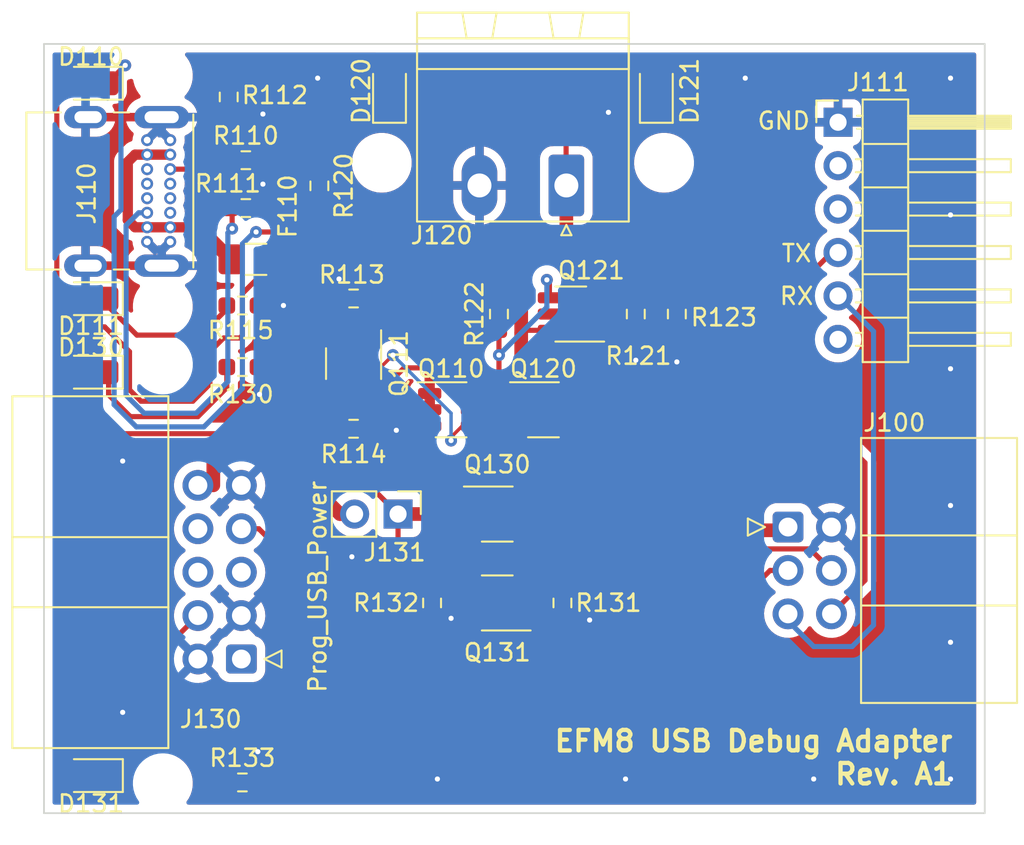
<source format=kicad_pcb>
(kicad_pcb (version 20240108) (generator "pcbnew") (generator_version "8.0")
  (title_block (title "EFM8 Ubs Debug Adapter") (date "2022-11-08") (rev "A1") (company "flomo") (comment 4 "AISLER Project ID: ITTKXPSA"))
  (layers (0 "F.Cu" signal) (31 "B.Cu" signal) (34 "B.Paste" user) (35 "F.Paste" user) (36 "B.SilkS" user "B.Silkscreen") (37 "F.SilkS" user "F.Silkscreen") (38 "B.Mask" user) (39 "F.Mask" user) (44 "Edge.Cuts" user))
  (net 0 "")
  (net 1 "Net-(D110-K)")
  (net 2 "Net-(D111-K)")
  (net 3 "Net-(D120-K)")
  (net 4 "Net-(D121-K)")
  (net 5 "GND")
  (net 6 "Net-(D130-A)")
  (net 7 "Net-(D130-K)")
  (net 8 "Net-(D131-K)")
  (net 11 "Net-(J110-CC1)")
  (net 15 "Net-(J110-CC2)")
  (net 24 "Net-(Q110-G)")
  (net 25 "Net-(Q111-B1)")
  (net 26 "Net-(Q120-G)")
  (net 27 "Net-(Q121-B1)")
  (net 28 "Net-(Q130-G)")
  (net 29 "Net-(Q131-B1)")
  (net 30 "/Connectors/Ext_USB_Power_Fused")
  (net 31 "/Connectors/Ext_PSU_Power")
  (net 32 "/Connectors/Ext_USB_Power")
  (net 33 "/Connectors/C2D")
  (net 34 "/Connectors/V_PROG")
  (net 35 "/Connectors/UART_RX")
  (net 36 "/Connectors/UART_TX")
  (net 37 "/Connectors/C2CK")
  (net 38 "/Connectors/Prog_USB_Power")
  (footprint "Connector_User:IDC-Header_2x03_P2.54mm_Horizontal_61200621721" (layer "F.Cu") (at 139.5 59.26)
    (property "Reference" "J100" (at 6.215 -6.1 0) (layer "F.SilkS"))
    (property "Value" "EFM8_IDC_Debug_Header_Horizontal")
    (pad "1" thru_hole roundrect (at 0 0) (size 1.8 1.8) (drill 1.1) (layers "*.Cu" "*.Mask") (roundrect_rratio 0.1470588889) (net 34 "/Connectors/V_PROG"))
    (pad "2" thru_hole circle (at 2.54 0) (size 1.8 1.8) (drill 1.1) (layers "*.Cu" "*.Mask") (net 5 "GND"))
    (pad "3" thru_hole circle (at 0 2.54) (size 1.8 1.8) (drill 1.1) (layers "*.Cu" "*.Mask") (net 33 "/Connectors/C2D"))
    (pad "4" thru_hole circle (at 2.54 2.54) (size 1.8 1.8) (drill 1.1) (layers "*.Cu" "*.Mask") (net 37 "/Connectors/C2CK"))
    (pad "5" thru_hole circle (at 0 5.08) (size 1.8 1.8) (drill 1.1) (layers "*.Cu" "*.Mask") (net 35 "/Connectors/UART_RX"))
    (pad "6" thru_hole circle (at 2.54 5.08) (size 1.8 1.8) (drill 1.1) (layers "*.Cu" "*.Mask") (net 36 "/Connectors/UART_TX"))
  )
  (footprint "Resistor_SMD:R_0603_1608Metric_Pad0.98x0.95mm_HandSolder" (layer "F.Cu") (at 107.6 46.3)
    (property "Reference" "R115" (at -0.1 1.45 0) (layer "F.SilkS"))
    (property "Value" "2k,0603")
    (pad "1" smd roundrect (at -0.9125 0) (size 0.975 0.95) (layers "F.Cu" "F.Paste" "F.Mask") (net 2 "Net-(D111-K)"))
    (pad "2" smd roundrect (at 0.9125 0) (size 0.975 0.95) (layers "F.Cu" "F.Paste" "F.Mask") (net 5 "GND"))
  )
  (footprint "LED_SMD:LED_0805_2012Metric_Pad1.15x1.40mm_HandSolder" (layer "F.Cu") (at 116.2 33.75 90)
    (property "Reference" "D120" (at 0 -1.65 90) (layer "F.SilkS"))
    (property "Value" "150080SS75000")
    (pad "1" smd roundrect (at -1.025 0 90) (size 1.15 1.4) (layers "F.Cu" "F.Paste" "F.Mask") (roundrect_rratio 0.2173913043) (net 3 "Net-(D120-K)"))
    (pad "2" smd roundrect (at 1.025 0 90) (size 1.15 1.4) (layers "F.Cu" "F.Paste" "F.Mask") (roundrect_rratio 0.2173913043) (net 31 "/Connectors/Ext_PSU_Power"))
  )
  (footprint "Mechanical_User:DBG8_CON_Light_Pipe" (layer "F.Cu") (at 99.2 62 -90)
    (property "Reference" "M130" (hide yes))
    (property "Value" "DBG8_Light_Pipe")
    (pad "" np_thru_hole circle (at -12.25 -3.75) (size 2.5 2.5) (drill 2.5) (layers "F&B.Cu" "*.Mask"))
    (pad "" np_thru_hole circle (at 12.25 -3.75) (size 2.5 2.5) (drill 2.5) (layers "F&B.Cu" "*.Mask"))
  )
  (footprint "Resistor_SMD:R_0603_1608Metric_Pad0.98x0.95mm_HandSolder" (layer "F.Cu") (at 112.1 39.3 -90)
    (property "Reference" "R120" (at 0 -1.43 90) (layer "F.SilkS"))
    (property "Value" "2k,0603")
    (pad "1" smd roundrect (at -0.9125 0 270) (size 0.975 0.95) (layers "F.Cu" "F.Paste" "F.Mask") (net 3 "Net-(D120-K)"))
    (pad "2" smd roundrect (at 0.9125 0 270) (size 0.975 0.95) (layers "F.Cu" "F.Paste" "F.Mask") (net 5 "GND"))
  )
  (footprint "Package_TO_SOT_SMD_User:SOT-23-6_Handsoldering" (layer "F.Cu") (at 126.8 46.8 180)
    (property "Reference" "Q121" (at -1.2 2.55 0) (layer "F.SilkS"))
    (property "Value" "DMMT5401")
    (pad "1" smd roundrect (at -1.25 -0.95 180) (size 1.36 0.65) (layers "F.Cu" "F.Paste" "F.Mask") (net 27 "Net-(Q121-B1)"))
    (pad "2" smd roundrect (at -1.25 0 180) (size 1.36 0.65) (layers "F.Cu" "F.Paste" "F.Mask") (chamfer_ratio 0.2) (chamfer) (net 27 "Net-(Q121-B1)"))
    (pad "3" smd roundrect (at -1.25 0.95 180) (size 1.36 0.65) (layers "F.Cu" "F.Paste" "F.Mask") (net 27 "Net-(Q121-B1)"))
    (pad "4" smd roundrect (at 1.25 0.95 180) (size 1.36 0.65) (layers "F.Cu" "F.Paste" "F.Mask") (net 26 "Net-(Q120-G)"))
    (pad "5" smd roundrect (at 1.25 0 180) (size 1.36 0.65) (layers "F.Cu" "F.Paste" "F.Mask") (net 34 "/Connectors/V_PROG"))
    (pad "6" smd roundrect (at 1.25 -0.95 180) (size 1.36 0.65) (layers "F.Cu" "F.Paste" "F.Mask") (net 31 "/Connectors/Ext_PSU_Power"))
  )
  (footprint "Resistor_SMD:R_0603_1608Metric_Pad0.98x0.95mm_HandSolder" (layer "F.Cu") (at 130.6 46.8 -90)
    (property "Reference" "R121" (at 2.45 -0.15 180) (layer "F.SilkS"))
    (property "Value" "75k,0603")
    (pad "1" smd roundrect (at -0.9125 0 270) (size 0.975 0.95) (layers "F.Cu" "F.Paste" "F.Mask") (net 27 "Net-(Q121-B1)"))
    (pad "2" smd roundrect (at 0.9125 0 270) (size 0.975 0.95) (layers "F.Cu" "F.Paste" "F.Mask") (net 5 "GND"))
  )
  (footprint "LED_SMD:LED_0805_2012Metric_Pad1.15x1.40mm_HandSolder" (layer "F.Cu") (at 98.75 45.9 180)
    (property "Reference" "D111" (at 0 -1.6 0) (layer "F.SilkS"))
    (property "Value" "150080SS75000")
    (pad "1" smd roundrect (at -1.025 0 180) (size 1.15 1.4) (layers "F.Cu" "F.Paste" "F.Mask") (roundrect_rratio 0.2173913043) (net 2 "Net-(D111-K)"))
    (pad "2" smd roundrect (at 1.025 0 180) (size 1.15 1.4) (layers "F.Cu" "F.Paste" "F.Mask") (roundrect_rratio 0.2173913043) (net 30 "/Connectors/Ext_USB_Power_Fused"))
  )
  (footprint "Package_TO_SOT_SMD_User:SOT-23-6_Handsoldering" (layer "F.Cu") (at 114.1 49.7 -90)
    (property "Reference" "Q111" (at 0 -2.65 90) (layer "F.SilkS"))
    (property "Value" "DMMT5401")
    (pad "1" smd roundrect (at -1.25 -0.95 270) (size 1.36 0.65) (layers "F.Cu" "F.Paste" "F.Mask") (net 25 "Net-(Q111-B1)"))
    (pad "2" smd roundrect (at -1.25 0 270) (size 1.36 0.65) (layers "F.Cu" "F.Paste" "F.Mask") (chamfer_ratio 0.2) (chamfer) (net 25 "Net-(Q111-B1)"))
    (pad "3" smd roundrect (at -1.25 0.95 270) (size 1.36 0.65) (layers "F.Cu" "F.Paste" "F.Mask") (net 25 "Net-(Q111-B1)"))
    (pad "4" smd roundrect (at 1.25 0.95 270) (size 1.36 0.65) (layers "F.Cu" "F.Paste" "F.Mask") (net 24 "Net-(Q110-G)"))
    (pad "5" smd roundrect (at 1.25 0 270) (size 1.36 0.65) (layers "F.Cu" "F.Paste" "F.Mask") (net 34 "/Connectors/V_PROG"))
    (pad "6" smd roundrect (at 1.25 -0.95 270) (size 1.36 0.65) (layers "F.Cu" "F.Paste" "F.Mask") (net 30 "/Connectors/Ext_USB_Power_Fused"))
  )
  (footprint "Resistor_SMD:R_0603_1608Metric_Pad0.98x0.95mm_HandSolder" (layer "F.Cu") (at 114.1 53.51)
    (property "Reference" "R114" (at 0 1.49 0) (layer "F.SilkS"))
    (property "Value" "47k,0603")
    (pad "1" smd roundrect (at -0.9125 0) (size 0.975 0.95) (layers "F.Cu" "F.Paste" "F.Mask") (net 24 "Net-(Q110-G)"))
    (pad "2" smd roundrect (at 0.9125 0) (size 0.975 0.95) (layers "F.Cu" "F.Paste" "F.Mask") (net 5 "GND"))
  )
  (footprint "Resistor_SMD:R_0603_1608Metric_Pad0.98x0.95mm_HandSolder" (layer "F.Cu") (at 107.6 74.2)
    (property "Reference" "R133" (at 0 -1.43 0) (layer "F.SilkS"))
    (property "Value" "2k,0603")
    (pad "1" smd roundrect (at -0.9125 0) (size 0.975 0.95) (layers "F.Cu" "F.Paste" "F.Mask") (net 8 "Net-(D131-K)"))
    (pad "2" smd roundrect (at 0.9125 0) (size 0.975 0.95) (layers "F.Cu" "F.Paste" "F.Mask") (net 5 "GND"))
  )
  (footprint "Resistor_SMD:R_0603_1608Metric_Pad0.98x0.95mm_HandSolder" (layer "F.Cu") (at 133 46.8 -90)
    (property "Reference" "R123" (at 0.2 -2.75 180) (layer "F.SilkS"))
    (property "Value" "2k,0603")
    (pad "1" smd roundrect (at -0.9125 0 270) (size 0.975 0.95) (layers "F.Cu" "F.Paste" "F.Mask") (net 4 "Net-(D121-K)"))
    (pad "2" smd roundrect (at 0.9125 0 270) (size 0.975 0.95) (layers "F.Cu" "F.Paste" "F.Mask") (net 5 "GND"))
  )
  (footprint "Package_TO_SOT_SMD_User:SOT-23-6_Handsoldering" (layer "F.Cu") (at 122.5 58.5)
    (property "Reference" "Q130" (at 0 -2.9 0) (layer "F.SilkS"))
    (property "Value" "SI3443CDV-T1-GE3")
    (pad "1" smd roundrect (at -1.25 -0.95) (size 1.36 0.65) (layers "F.Cu" "F.Paste" "F.Mask") (net 6 "Net-(D130-A)"))
    (pad "2" smd roundrect (at -1.25 0) (size 1.36 0.65) (layers "F.Cu" "F.Paste" "F.Mask") (chamfer_ratio 0.2) (chamfer) (net 6 "Net-(D130-A)"))
    (pad "3" smd roundrect (at -1.25 0.95) (size 1.36 0.65) (layers "F.Cu" "F.Paste" "F.Mask") (net 28 "Net-(Q130-G)"))
    (pad "4" smd roundrect (at 1.25 0.95) (size 1.36 0.65) (layers "F.Cu" "F.Paste" "F.Mask") (net 34 "/Connectors/V_PROG"))
    (pad "5" smd roundrect (at 1.25 0) (size 1.36 0.65) (layers "F.Cu" "F.Paste" "F.Mask") (net 6 "Net-(D130-A)"))
    (pad "6" smd roundrect (at 1.25 -0.95) (size 1.36 0.65) (layers "F.Cu" "F.Paste" "F.Mask") (net 6 "Net-(D130-A)"))
  )
  (footprint "Resistor_SMD:R_0603_1608Metric_Pad0.98x0.95mm_HandSolder" (layer "F.Cu") (at 114.1 45.89 180)
    (property "Reference" "R113" (at 0.1 1.39 0) (layer "F.SilkS"))
    (property "Value" "75k,0603")
    (pad "1" smd roundrect (at -0.9125 0 180) (size 0.975 0.95) (layers "F.Cu" "F.Paste" "F.Mask") (net 25 "Net-(Q111-B1)"))
    (pad "2" smd roundrect (at 0.9125 0 180) (size 0.975 0.95) (layers "F.Cu" "F.Paste" "F.Mask") (net 5 "GND"))
  )
  (footprint "Connector_User:USB_C_Receptacle_Molex_2137160001" (layer "F.Cu") (at 103.38 36.625 -90)
    (property "Reference" "J110" (at 3.125 4.88 90) (layer "F.SilkS"))
    (property "Value" "2137160001")
    (pad "A1" thru_hole circle (at 0 0 270) (size 0.7 0.7) (drill 0.4) (layers "*.Cu" "*.Mask") (net 5 "GND"))
    (pad "A4" thru_hole circle (at 0.85 0 270) (size 0.7 0.7) (drill 0.4) (layers "*.Cu" "*.Mask") (net 32 "/Connectors/Ext_USB_Power"))
    (pad "A5" thru_hole circle (at 1.7 0 270) (size 0.7 0.7) (drill 0.4) (layers "*.Cu" "*.Mask") (net 11 "Net-(J110-CC1)"))
    (pad "A6" thru_hole circle (at 2.55 0 270) (size 0.7 0.7) (drill 0.4) (layers "*.Cu" "*.Mask"))
    (pad "A7" thru_hole circle (at 3.4 0 270) (size 0.7 0.7) (drill 0.4) (layers "*.Cu" "*.Mask"))
    (pad "A8" thru_hole circle (at 4.25 0 270) (size 0.7 0.7) (drill 0.4) (layers "*.Cu" "*.Mask"))
    (pad "A9" thru_hole circle (at 5.1 0 270) (size 0.7 0.7) (drill 0.4) (layers "*.Cu" "*.Mask") (net 32 "/Connectors/Ext_USB_Power"))
    (pad "A12" thru_hole circle (at 5.95 0 270) (size 0.7 0.7) (drill 0.4) (layers "*.Cu" "*.Mask") (net 5 "GND"))
    (pad "B1" thru_hole circle (at 5.95 1.35 270) (size 0.7 0.7) (drill 0.4) (layers "*.Cu" "*.Mask") (net 5 "GND"))
    (pad "B4" thru_hole circle (at 5.1 1.35 270) (size 0.7 0.7) (drill 0.4) (layers "*.Cu" "*.Mask") (net 32 "/Connectors/Ext_USB_Power"))
    (pad "B5" thru_hole circle (at 4.25 1.35 270) (size 0.7 0.7) (drill 0.4) (layers "*.Cu" "*.Mask") (net 15 "Net-(J110-CC2)"))
    (pad "B6" thru_hole circle (at 3.4 1.35 270) (size 0.7 0.7) (drill 0.4) (layers "*.Cu" "*.Mask"))
    (pad "B7" thru_hole circle (at 2.55 1.35 270) (size 0.7 0.7) (drill 0.4) (layers "*.Cu" "*.Mask"))
    (pad "B8" thru_hole circle (at 1.7 1.35 270) (size 0.7 0.7) (drill 0.4) (layers "*.Cu" "*.Mask"))
    (pad "B9" thru_hole circle (at 0.85 1.35 270) (size 0.7 0.7) (drill 0.4) (layers "*.Cu" "*.Mask") (net 32 "/Connectors/Ext_USB_Power"))
    (pad "B12" thru_hole circle (at 0 1.35 270) (size 0.7 0.7) (drill 0.4) (layers "*.Cu" "*.Mask") (net 5 "GND"))
    (pad "S1" thru_hole oval (at -1.345 0.5 270) (size 1.3 3.2) (drill oval 0.7 2) (layers "*.Cu" "*.Mask") (net 5 "GND"))
    (pad "S1" thru_hole oval (at -1.345 4.8 270) (size 1.3 2.5) (drill oval 0.7 1.6 (offset 0 0.15)) (layers "*.Cu" "*.Mask") (net 5 "GND"))
    (pad "S1" thru_hole oval (at 7.345 0.5 270) (size 1.3 3.2) (drill oval 0.7 2) (layers "*.Cu" "*.Mask") (net 5 "GND"))
    (pad "S1" thru_hole oval (at 7.345 4.8 270) (size 1.3 2.5) (drill oval 0.7 1.6 (offset 0 0.15)) (layers "*.Cu" "*.Mask") (net 5 "GND"))
  )
  (footprint "Package_TO_SOT_SMD_User:SOT-23-6_Handsoldering" (layer "F.Cu") (at 119.8 52.4)
    (property "Reference" "Q110" (at 0 -2.4 0) (layer "F.SilkS"))
    (property "Value" "SI3443CDV-T1-GE3")
    (pad "1" smd roundrect (at -1.25 -0.95) (size 1.36 0.65) (layers "F.Cu" "F.Paste" "F.Mask") (net 30 "/Connectors/Ext_USB_Power_Fused"))
    (pad "2" smd roundrect (at -1.25 0) (size 1.36 0.65) (layers "F.Cu" "F.Paste" "F.Mask") (chamfer_ratio 0.2) (chamfer) (net 30 "/Connectors/Ext_USB_Power_Fused"))
    (pad "3" smd roundrect (at -1.25 0.95) (size 1.36 0.65) (layers "F.Cu" "F.Paste" "F.Mask") (net 24 "Net-(Q110-G)"))
    (pad "4" smd roundrect (at 1.25 0.95) (size 1.36 0.65) (layers "F.Cu" "F.Paste" "F.Mask") (net 34 "/Connectors/V_PROG"))
    (pad "5" smd roundrect (at 1.25 0) (size 1.36 0.65) (layers "F.Cu" "F.Paste" "F.Mask") (net 30 "/Connectors/Ext_USB_Power_Fused"))
    (pad "6" smd roundrect (at 1.25 -0.95) (size 1.36 0.65) (layers "F.Cu" "F.Paste" "F.Mask") (net 30 "/Connectors/Ext_USB_Power_Fused"))
  )
  (footprint "Package_TO_SOT_SMD_User:SOT-23-6_Handsoldering" (layer "F.Cu") (at 122.5 63.7 180)
    (property "Reference" "Q131" (at 0 -2.9 0) (layer "F.SilkS"))
    (property "Value" "DMMT5401")
    (pad "1" smd roundrect (at -1.25 -0.95 180) (size 1.36 0.65) (layers "F.Cu" "F.Paste" "F.Mask") (net 29 "Net-(Q131-B1)"))
    (pad "2" smd roundrect (at -1.25 0 180) (size 1.36 0.65) (layers "F.Cu" "F.Paste" "F.Mask") (chamfer_ratio 0.2) (chamfer) (net 29 "Net-(Q131-B1)"))
    (pad "3" smd roundrect (at -1.25 0.95 180) (size 1.36 0.65) (layers "F.Cu" "F.Paste" "F.Mask") (net 29 "Net-(Q131-B1)"))
    (pad "4" smd roundrect (at 1.25 0.95 180) (size 1.36 0.65) (layers "F.Cu" "F.Paste" "F.Mask") (net 28 "Net-(Q130-G)"))
    (pad "5" smd roundrect (at 1.25 0 180) (size 1.36 0.65) (layers "F.Cu" "F.Paste" "F.Mask") (net 34 "/Connectors/V_PROG"))
    (pad "6" smd roundrect (at 1.25 -0.95 180) (size 1.36 0.65) (layers "F.Cu" "F.Paste" "F.Mask") (net 6 "Net-(D130-A)"))
  )
  (footprint "Connector_User:IDC-Header_2x05_P2.54mm_Horizontal_61201021721" (layer "F.Cu") (at 107.54 66.98 180)
    (property "Reference" "J130" (at 1.79 -3.52 0) (layer "F.SilkS"))
    (property "Value" "EFM8_USB_8-Bit_Debug_Header_Horizontal")
    (pad "1" thru_hole roundrect (at 0 0 180) (size 1.8 1.7) (drill 1.1) (layers "*.Cu" "*.Mask") (roundrect_rratio 0.1470588235))
    (pad "2" thru_hole circle (at 2.54 0 180) (size 1.8 1.8) (drill 1.1) (layers "*.Cu" "*.Mask") (net 5 "GND"))
    (pad "3" thru_hole circle (at 0 2.54 180) (size 1.8 1.8) (drill 1.1) (layers "*.Cu" "*.Mask") (net 5 "GND"))
    (pad "4" thru_hole circle (at 2.54 2.54 180) (size 1.8 1.8) (drill 1.1) (layers "*.Cu" "*.Mask") (net 33 "/Connectors/C2D"))
    (pad "5" thru_hole circle (at 0 5.08 180) (size 1.8 1.8) (drill 1.1) (layers "*.Cu" "*.Mask"))
    (pad "6" thru_hole circle (at 2.54 5.08 180) (size 1.8 1.8) (drill 1.1) (layers "*.Cu" "*.Mask"))
    (pad "7" thru_hole circle (at 0 7.62 180) (size 1.8 1.8) (drill 1.1) (layers "*.Cu" "*.Mask") (net 37 "/Connectors/C2CK"))
    (pad "8" thru_hole circle (at 2.54 7.62 180) (size 1.8 1.8) (drill 1.1) (layers "*.Cu" "*.Mask"))
    (pad "9" thru_hole circle (at 0 10.16 180) (size 1.8 1.8) (drill 1.1) (layers "*.Cu" "*.Mask") (net 5 "GND"))
    (pad "10" thru_hole circle (at 2.54 10.16 180) (size 1.8 1.8) (drill 1.1) (layers "*.Cu" "*.Mask") (net 38 "/Connectors/Prog_USB_Power"))
  )
  (footprint "Resistor_SMD:R_0603_1608Metric_Pad0.98x0.95mm_HandSolder" (layer "F.Cu") (at 107.8 37.8)
    (property "Reference" "R110" (at 0 -1.43 0) (layer "F.SilkS"))
    (property "Value" "5.1k,0603")
    (pad "1" smd roundrect (at -0.9125 0) (size 0.975 0.95) (layers "F.Cu" "F.Paste" "F.Mask") (net 11 "Net-(J110-CC1)"))
    (pad "2" smd roundrect (at 0.9125 0) (size 0.975 0.95) (layers "F.Cu" "F.Paste" "F.Mask") (net 5 "GND"))
  )
  (footprint "Resistor_SMD:R_0603_1608Metric_Pad0.98x0.95mm_HandSolder" (layer "F.Cu") (at 107.6 49.9)
    (property "Reference" "R130" (at -0.1 1.6 180) (layer "F.SilkS"))
    (property "Value" "2k,0603")
    (pad "1" smd roundrect (at -0.9125 0) (size 0.975 0.95) (layers "F.Cu" "F.Paste" "F.Mask") (net 7 "Net-(D130-K)"))
    (pad "2" smd roundrect (at 0.9125 0) (size 0.975 0.95) (layers "F.Cu" "F.Paste" "F.Mask") (net 5 "GND"))
  )
  (footprint "Resistor_SMD:R_0603_1608Metric_Pad0.98x0.95mm_HandSolder" (layer "F.Cu") (at 107.8 40.6)
    (property "Reference" "R111" (at -1.05 -1.43 0) (layer "F.SilkS"))
    (property "Value" "5.1k,0603")
    (pad "1" smd roundrect (at -0.9125 0) (size 0.975 0.95) (layers "F.Cu" "F.Paste" "F.Mask") (net 15 "Net-(J110-CC2)"))
    (pad "2" smd roundrect (at 0.9125 0) (size 0.975 0.95) (layers "F.Cu" "F.Paste" "F.Mask") (net 5 "GND"))
  )
  (footprint "Connector_PinHeader_2.54mm:PinHeader_1x06_P2.54mm_Horizontal" (layer "F.Cu") (at 142.425 35.58)
    (property "Reference" "J111" (at 2.325 -2.33 0) (layer "F.SilkS"))
    (property "Value" "TTL-232R_Header_Horizontal")
    (pad "1" thru_hole rect (at 0 0) (size 1.7 1.7) (drill 1) (layers "*.Cu" "*.Mask") (net 5 "GND"))
    (pad "2" thru_hole oval (at 0 2.54) (size 1.7 1.7) (drill 1) (layers "*.Cu" "*.Mask"))
    (pad "3" thru_hole oval (at 0 5.08) (size 1.7 1.7) (drill 1) (layers "*.Cu" "*.Mask"))
    (pad "4" thru_hole oval (at 0 7.62) (size 1.7 1.7) (drill 1) (layers "*.Cu" "*.Mask") (net 36 "/Connectors/UART_TX"))
    (pad "5" thru_hole oval (at 0 10.16) (size 1.7 1.7) (drill 1) (layers "*.Cu" "*.Mask") (net 35 "/Connectors/UART_RX"))
    (pad "6" thru_hole oval (at 0 12.7) (size 1.7 1.7) (drill 1) (layers "*.Cu" "*.Mask"))
  )
  (footprint "Package_TO_SOT_SMD_User:SOT-23-6_Handsoldering" (layer "F.Cu") (at 125.2 52.4)
    (property "Reference" "Q120" (at 0 -2.4 0) (layer "F.SilkS"))
    (property "Value" "SI3443CDV-T1-GE3")
    (pad "1" smd roundrect (at -1.25 -0.95) (size 1.36 0.65) (layers "F.Cu" "F.Paste" "F.Mask") (net 31 "/Connectors/Ext_PSU_Power"))
    (pad "2" smd roundrect (at -1.25 0) (size 1.36 0.65) (layers "F.Cu" "F.Paste" "F.Mask") (chamfer_ratio 0.2) (chamfer) (net 31 "/Connectors/Ext_PSU_Power"))
    (pad "3" smd roundrect (at -1.25 0.95) (size 1.36 0.65) (layers "F.Cu" "F.Paste" "F.Mask") (net 26 "Net-(Q120-G)"))
    (pad "4" smd roundrect (at 1.25 0.95) (size 1.36 0.65) (layers "F.Cu" "F.Paste" "F.Mask") (net 34 "/Connectors/V_PROG"))
    (pad "5" smd roundrect (at 1.25 0) (size 1.36 0.65) (layers "F.Cu" "F.Paste" "F.Mask") (net 31 "/Connectors/Ext_PSU_Power"))
    (pad "6" smd roundrect (at 1.25 -0.95) (size 1.36 0.65) (layers "F.Cu" "F.Paste" "F.Mask") (net 31 "/Connectors/Ext_PSU_Power"))
  )
  (footprint "Resistor_SMD:R_0603_1608Metric_Pad0.98x0.95mm_HandSolder" (layer "F.Cu") (at 122.6 46.8 90)
    (property "Reference" "R122" (at 0 -1.43 90) (layer "F.SilkS"))
    (property "Value" "47k,0603")
    (pad "1" smd roundrect (at -0.9125 0 90) (size 0.975 0.95) (layers "F.Cu" "F.Paste" "F.Mask") (net 26 "Net-(Q120-G)"))
    (pad "2" smd roundrect (at 0.9125 0 90) (size 0.975 0.95) (layers "F.Cu" "F.Paste" "F.Mask") (net 5 "GND"))
  )
  (footprint "Resistor_SMD:R_0603_1608Metric_Pad0.98x0.95mm_HandSolder" (layer "F.Cu") (at 118.69 63.7 -90)
    (property "Reference" "R132" (at 0 2.69 180) (layer "F.SilkS"))
    (property "Value" "47k,0603")
    (pad "1" smd roundrect (at -0.9125 0 270) (size 0.975 0.95) (layers "F.Cu" "F.Paste" "F.Mask") (net 28 "Net-(Q130-G)"))
    (pad "2" smd roundrect (at 0.9125 0 270) (size 0.975 0.95) (layers "F.Cu" "F.Paste" "F.Mask") (net 5 "GND"))
  )
  (footprint "Resistor_SMD:R_0603_1608Metric_Pad0.98x0.95mm_HandSolder" (layer "F.Cu") (at 106.8 34.1 -90)
    (property "Reference" "R112" (at -0.1 -2.7 0) (layer "F.SilkS"))
    (property "Value" "2k,0603")
    (pad "1" smd roundrect (at -0.9125 0 270) (size 0.975 0.95) (layers "F.Cu" "F.Paste" "F.Mask") (net 1 "Net-(D110-K)"))
    (pad "2" smd roundrect (at 0.9125 0 270) (size 0.975 0.95) (layers "F.Cu" "F.Paste" "F.Mask") (net 5 "GND"))
  )
  (footprint "LED_SMD:LED_0805_2012Metric_Pad1.15x1.40mm_HandSolder" (layer "F.Cu") (at 98.75 50.2 180)
    (property "Reference" "D130" (at 0 1.45 0) (layer "F.SilkS"))
    (property "Value" "150080SS75000")
    (pad "1" smd roundrect (at -1.025 0 180) (size 1.15 1.4) (layers "F.Cu" "F.Paste" "F.Mask") (roundrect_rratio 0.2173913043) (net 7 "Net-(D130-K)"))
    (pad "2" smd roundrect (at 1.025 0 180) (size 1.15 1.4) (layers "F.Cu" "F.Paste" "F.Mask") (roundrect_rratio 0.2173913043) (net 6 "Net-(D130-A)"))
  )
  (footprint "Mechanical_User:USB_CON_Light_Pipe" (layer "F.Cu") (at 99.2 39.6 -90)
    (property "Reference" "M110" (hide yes))
    (property "Value" "USB_Light_Pipe")
    (pad "" np_thru_hole circle (at -6.75 -3.75) (size 2.5 2.5) (drill 2.5) (layers "F&B.Cu" "*.Mask"))
    (pad "" np_thru_hole circle (at 6.75 -3.75) (size 2.5 2.5) (drill 2.5) (layers "F&B.Cu" "*.Mask"))
  )
  (footprint "Connector_Phoenix_MSTB:PhoenixContact_MSTBA_2,5_2-G-5,08_1x02_P5.08mm_Horizontal" (layer "F.Cu") (at 126.54 39.2775 180)
    (property "Reference" "J120" (at 7.29 -2.9225 0) (layer "F.SilkS"))
    (property "Value" "31230102")
    (pad "1" thru_hole roundrect (at 0 0 180) (size 2.08 3.6) (drill 1.4) (layers "*.Cu" "*.Mask") (roundrect_rratio 0.1201918269) (net 31 "/Connectors/Ext_PSU_Power"))
    (pad "2" thru_hole oval (at 5.08 0 180) (size 2.08 3.6) (drill 1.4) (layers "*.Cu" "*.Mask") (net 5 "GND"))
  )
  (footprint "Fuse:Fuse_1206_3216Metric_Pad1.42x1.75mm_HandSolder" (layer "F.Cu") (at 108.4 43.6)
    (property "Reference" "F110" (at 1.85 -3.1 90) (layer "F.SilkS"))
    (property "Value" "0ZCJ0110FF2E")
    (pad "1" smd roundrect (at -1.4875 0) (size 1.425 1.75) (layers "F.Cu" "F.Paste" "F.Mask") (roundrect_rratio 0.1754392982) (net 32 "/Connectors/Ext_USB_Power"))
    (pad "2" smd roundrect (at 1.4875 0) (size 1.425 1.75) (layers "F.Cu" "F.Paste" "F.Mask") (roundrect_rratio 0.1754392982) (net 30 "/Connectors/Ext_USB_Power_Fused"))
  )
  (footprint "Resistor_SMD:R_0603_1608Metric_Pad0.98x0.95mm_HandSolder" (layer "F.Cu") (at 126.31 63.7 -90)
    (property "Reference" "R131" (at 0 -2.69 180) (layer "F.SilkS"))
    (property "Value" "75k,0603")
    (pad "1" smd roundrect (at -0.9125 0 270) (size 0.975 0.95) (layers "F.Cu" "F.Paste" "F.Mask") (net 29 "Net-(Q131-B1)"))
    (pad "2" smd roundrect (at 0.9125 0 270) (size 0.975 0.95) (layers "F.Cu" "F.Paste" "F.Mask") (net 5 "GND"))
  )
  (footprint "LED_SMD:LED_0805_2012Metric_Pad1.15x1.40mm_HandSolder" (layer "F.Cu") (at 98.75 33.3 180)
    (property "Reference" "D110" (at 0 1.55 180) (layer "F.SilkS"))
    (property "Value" "150080SS75000")
    (pad "1" smd roundrect (at -1.025 0 180) (size 1.15 1.4) (layers "F.Cu" "F.Paste" "F.Mask") (roundrect_rratio 0.2173913043) (net 1 "Net-(D110-K)"))
    (pad "2" smd roundrect (at 1.025 0 180) (size 1.15 1.4) (layers "F.Cu" "F.Paste" "F.Mask") (roundrect_rratio 0.2173913043) (net 30 "/Connectors/Ext_USB_Power_Fused"))
  )
  (footprint "LED_SMD:LED_0805_2012Metric_Pad1.15x1.40mm_HandSolder" (layer "F.Cu") (at 131.8 33.75 90)
    (property "Reference" "D121" (at 0 1.95 90) (layer "F.SilkS"))
    (property "Value" "150080SS75000")
    (pad "1" smd roundrect (at -1.025 0 90) (size 1.15 1.4) (layers "F.Cu" "F.Paste" "F.Mask") (roundrect_rratio 0.2173913043) (net 4 "Net-(D121-K)"))
    (pad "2" smd roundrect (at 1.025 0 90) (size 1.15 1.4) (layers "F.Cu" "F.Paste" "F.Mask") (roundrect_rratio 0.2173913043) (net 31 "/Connectors/Ext_PSU_Power"))
  )
  (footprint "Mechanical_User:PSU_CON_Light_Pipe" (layer "F.Cu") (at 124 34.5 180)
    (property "Reference" "M120" (hide yes))
    (property "Value" "PSU_Light_Pipe")
    (pad "" np_thru_hole circle (at -8.25 -3.45 270) (size 2.5 2.5) (drill 2.5) (layers "F&B.Cu" "*.Mask"))
    (pad "" np_thru_hole circle (at 8.25 -3.45 270) (size 2.5 2.5) (drill 2.5) (layers "F&B.Cu" "*.Mask"))
  )
  (footprint "LED_SMD:LED_0805_2012Metric_Pad1.15x1.40mm_HandSolder" (layer "F.Cu") (at 98.75 73.8 180)
    (property "Reference" "D131" (at 0 -1.65 0) (layer "F.SilkS"))
    (property "Value" "150080SS75000")
    (pad "1" smd roundrect (at -1.025 0 180) (size 1.15 1.4) (layers "F.Cu" "F.Paste" "F.Mask") (roundrect_rratio 0.2173913043) (net 8 "Net-(D131-K)"))
    (pad "2" smd roundrect (at 1.025 0 180) (size 1.15 1.4) (layers "F.Cu" "F.Paste" "F.Mask") (roundrect_rratio 0.2173913043) (net 6 "Net-(D130-A)"))
  )
  (footprint "Connector_PinHeader_2.54mm:PinHeader_1x02_P2.54mm_Vertical" (layer "F.Cu") (at 116.7 58.5 -90)
    (property "Reference" "J131" (at 2.25 0.2 180) (layer "F.SilkS"))
    (property "Value" "Header_01x02_Wurth_61300211121")
    (pad "1" thru_hole rect (at 0 0 270) (size 1.7 1.7) (drill 1) (layers "*.Cu" "*.Mask") (net 6 "Net-(D130-A)"))
    (pad "2" thru_hole oval (at 0 2.54 270) (size 1.7 1.7) (drill 1) (layers "*.Cu" "*.Mask") (net 38 "/Connectors/Prog_USB_Power"))
  )
  (gr_line (start 96 76) (end 96 31) (stroke (width 0.1)) (layer "Edge.Cuts"))
  (gr_line (start 151 31) (end 151 76) (stroke (width 0.1)) (layer "Edge.Cuts"))
  (gr_line (start 96 31) (end 151 31) (stroke (width 0.1)) (layer "Edge.Cuts"))
  (gr_line (start 151 76) (end 96 76) (stroke (width 0.1)) (layer "Edge.Cuts"))
  (gr_text "RX" (at 140 45.75 0) (layer "F.SilkS") (effects (font (size 1 1))))
  (gr_text "TX" (at 140 43.25 0) (layer "F.SilkS") (effects (font (size 1 1))))
  (gr_text "EFM8 USB Debug Adapter\nRev. A1" (at 149.25 72.75 0) (layer "F.SilkS") (effects (font (size 1.2 1.2) (thickness 0.25)) (justify right)))
  (gr_text "Prog_USB_Power" (at 112 62.75 90) (layer "F.SilkS") (effects (font (size 1 1))))
  (gr_text "GND" (at 139.25 35.5 0) (layer "F.SilkS") (effects (font (size 1 1))))
  (segment (start 110.4 34.2) (end 109.3875 33.1875) (width 0.3) (layer "F.Cu") (net 1))
  (segment (start 110.4 41) (end 110.4 34.2) (width 0.3) (layer "F.Cu") (net 1))
  (segment (start 108.4 42) (end 109.4 42) (width 0.3) (layer "F.Cu") (net 1))
  (segment (start 99.775 33.225) (end 100.75 32.25) (width 0.3) (layer "F.Cu") (net 1))
  (segment (start 99.775 33.3) (end 99.775 33.225) (width 0.3) (layer "F.Cu") (net 1))
  (segment (start 109.3875 33.1875) (end 106.8 33.1875) (width 0.3) (layer "F.Cu") (net 1))
  (segment (start 109.4 42) (end 110.4 41) (width 0.3) (layer "F.Cu") (net 1))
  (via (at 108.4 42) (size 0.7) (drill 0.3) (layers "F.Cu" "B.Cu") (net 1))
  (via (at 100.75 32.25) (size 0.7) (drill 0.3) (layers "F.Cu" "B.Cu") (net 1))
  (segment (start 107.6 51.15) (end 107.6 42.7) (width 0.3) (layer "B.Cu") (net 1))
  (segment (start 100.1 41.1) (end 100.1 52.1) (width 0.3) (layer "B.Cu") (net 1))
  (segment (start 101.4 53.4) (end 105.35 53.4) (width 0.3) (layer "B.Cu") (net 1))
  (segment (start 100.5 40.7) (end 100.1 41.1) (width 0.3) (layer "B.Cu") (net 1))
  (segment (start 100.75 32.25) (end 100.5 32.5) (width 0.3) (layer "B.Cu") (net 1))
  (segment (start 107.6 42.7) (end 108.3 42) (width 0.3) (layer "B.Cu") (net 1))
  (segment (start 108.3 42) (end 108.4 42) (width 0.3) (layer "B.Cu") (net 1))
  (segment (start 100.1 52.1) (end 101.4 53.4) (width 0.3) (layer "B.Cu") (net 1))
  (segment (start 100.5 32.5) (end 100.5 40.7) (width 0.3) (layer "B.Cu") (net 1))
  (segment (start 105.35 53.4) (end 107.6 51.15) (width 0.3) (layer "B.Cu") (net 1))
  (segment (start 106.6875 46.3) (end 106.6875 46.5125) (width 0.3) (layer "F.Cu") (net 2))
  (segment (start 101.431715 48.031715) (end 99.775 46.375) (width 0.3) (layer "F.Cu") (net 2))
  (segment (start 106.6875 46.5125) (end 105.168285 48.031715) (width 0.3) (layer "F.Cu") (net 2))
  (segment (start 105.168285 48.031715) (end 101.431715 48.031715) (width 0.3) (layer "F.Cu") (net 2))
  (segment (start 99.775 46.375) (end 99.775 45.9) (width 0.3) (layer "F.Cu") (net 2))
  (segment (start 116.2 34.775) (end 114.825 34.775) (width 0.3) (layer "F.Cu") (net 3))
  (segment (start 112.1 37.5) (end 112.1 38.3875) (width 0.3) (layer "F.Cu") (net 3))
  (segment (start 114.825 34.775) (end 112.1 37.5) (width 0.3) (layer "F.Cu") (net 3))
  (segment (start 134.5 44.3875) (end 133 45.8875) (width 0.3) (layer "F.Cu") (net 4))
  (segment (start 134.5 36.5) (end 134.5 44.3875) (width 0.3) (layer "F.Cu") (net 4))
  (segment (start 132.775 34.775) (end 134.5 36.5) (width 0.3) (layer "F.Cu") (net 4))
  (segment (start 131.8 34.775) (end 132.775 34.775) (width 0.3) (layer "F.Cu") (net 4))
  (via (at 149 66) (size 0.7) (drill 0.3) (layers "F.Cu" "B.Cu") (net 5))
  (via (at 108.8 39.2) (size 0.7) (drill 0.3) (layers "F.Cu" "B.Cu") (net 5))
  (via (at 129 35) (size 0.7) (drill 0.3) (layers "F.Cu" "B.Cu") (net 5))
  (via (at 113.25 44.75) (size 0.7) (drill 0.3) (layers "F.Cu" "B.Cu") (net 5))
  (via (at 100.6 55.4) (size 0.7) (drill 0.3) (layers "F.Cu" "B.Cu") (net 5))
  (via (at 108.6 51.5) (size 0.7) (drill 0.3) (layers "F.Cu" "B.Cu") (net 5))
  (via (at 137 33) (size 0.7) (drill 0.3) (layers "F.Cu" "B.Cu") (net 5))
  (via (at 149 50) (size 0.7) (drill 0.3) (layers "F.Cu" "B.Cu") (net 5))
  (via (at 108.8 35.1) (size 0.7) (drill 0.3) (layers "F.Cu" "B.Cu") (net 5))
  (via (at 127.9 64.7) (size 0.7) (drill 0.3) (layers "F.Cu" "B.Cu") (net 5))
  (via (at 149 41) (size 0.7) (drill 0.3) (layers "F.Cu" "B.Cu") (net 5))
  (via (at 133 49.6) (size 0.7) (drill 0.3) (layers "F.Cu" "B.Cu") (net 5))
  (via (at 119.8 64.6) (size 0.7) (drill 0.3) (layers "F.Cu" "B.Cu") (net 5))
  (via (at 110 46.3) (size 0.7) (drill 0.3) (layers "F.Cu" "B.Cu") (net 5))
  (via (at 114 61) (size 0.7) (drill 0.3) (layers "F.Cu" "B.Cu") (net 5))
  (via (at 130.6 49.5) (size 0.7) (drill 0.3) (layers "F.Cu" "B.Cu") (net 5))
  (via (at 119 74) (size 0.7) (drill 0.3) (layers "F.Cu" "B.Cu") (net 5))
  (via (at 141 74) (size 0.7) (drill 0.3) (layers "F.Cu" "B.Cu") (net 5))
  (via (at 149 74) (size 0.7) (drill 0.3) (layers "F.Cu" "B.Cu") (net 5))
  (via (at 116.6 53.6) (size 0.7) (drill 0.3) (layers "F.Cu" "B.Cu") (net 5))
  (via (at 112 33) (size 0.7) (drill 0.3) (layers "F.Cu" "B.Cu") (net 5))
  (via (at 130 74) (size 0.7) (drill 0.3) (layers "F.Cu" "B.Cu") (net 5))
  (via (at 149 33) (size 0.7) (drill 0.3) (layers "F.Cu" "B.Cu") (net 5))
  (via (at 100.6 70.1) (size 0.7) (drill 0.3) (layers "F.Cu" "B.Cu") (net 5))
  (via (at 108.5 72.4) (size 0.7) (drill 0.3) (layers "F.Cu" "B.Cu") (net 5))
  (via (at 149 58) (size 0.7) (drill 0.3) (layers "F.Cu" "B.Cu") (net 5))
  (segment (start 123.75 58.5) (end 119.5 58.5) (width 0.6) (layer "F.Cu") (net 6))
  (segment (start 113.4 56.4) (end 110.8 53.8) (width 0.3) (layer "F.Cu") (net 6))
  (segment (start 120 65.8) (end 117.6 65.8) (width 0.3) (layer "F.Cu") (net 6))
  (segment (start 117.6 65.8) (end 116.7 64.9) (width 0.3) (layer "F.Cu") (net 6))
  (segment (start 116.7 58.5) (end 114.6 56.4) (width 0.3) (layer "F.Cu") (net 6))
  (segment (start 97.725 73.8) (end 97.725 50.2) (width 0.3) (layer "F.Cu") (net 6))
  (segment (start 119.5 58.5) (end 119.5 57.5) (width 0.8) (layer "F.Cu") (net 6))
  (segment (start 121.15 64.65) (end 120 65.8) (width 0.3) (layer "F.Cu") (net 6))
  (segment (start 123.75 57.55) (end 119.55 57.55) (width 0.6) (layer "F.Cu") (net 6))
  (segment (start 116.7 58.5) (end 119.5 58.5) (width 0.8) (layer "F.Cu") (net 6))
  (segment (start 116.7 64.9) (end 116.7 58.5) (width 0.3) (layer "F.Cu") (net 6))
  (segment (start 121.25 64.65) (end 121.15 64.65) (width 0.3) (layer "F.Cu") (net 6))
  (segment (start 119.55 57.55) (end 119.5 57.5) (width 0.6) (layer "F.Cu") (net 6))
  (segment (start 114.6 56.4) (end 113.4 56.4) (width 0.3) (layer "F.Cu") (net 6))
  (segment (start 110.8 53.8) (end 97.75 53.8) (width 0.3) (layer "F.Cu") (net 6))
  (segment (start 99.775 51.525) (end 99.775 50.2) (width 0.3) (layer "F.Cu") (net 7))
  (segment (start 106.6875 51.1125) (end 105 52.8) (width 0.3) (layer "F.Cu") (net 7))
  (segment (start 105 52.8) (end 101.05 52.8) (width 0.3) (layer "F.Cu") (net 7))
  (segment (start 106.6875 49.9) (end 106.6875 51.1125) (width 0.3) (layer "F.Cu") (net 7))
  (segment (start 101.05 52.8) (end 99.775 51.525) (width 0.3) (layer "F.Cu") (net 7))
  (segment (start 106.6875 73.4875) (end 105 71.8) (width 0.3) (layer "F.Cu") (net 8))
  (segment (start 102.45 71.8) (end 101.775 71.8) (width 0.3) (layer "F.Cu") (net 8))
  (segment (start 101.775 71.8) (end 99.775 73.8) (width 0.3) (layer "F.Cu") (net 8))
  (segment (start 106.6875 74.2) (end 106.6875 73.4875) (width 0.3) (layer "F.Cu") (net 8))
  (segment (start 105 71.8) (end 102.45 71.8) (width 0.3) (layer "F.Cu") (net 8))
  (segment (start 104.275 38.325) (end 103.38 38.325) (width 0.3) (layer "F.Cu") (net 11))
  (segment (start 104.8 37.8) (end 104.275 38.325) (width 0.3) (layer "F.Cu") (net 11))
  (segment (start 106.8875 37.8) (end 104.8 37.8) (width 0.3) (layer "F.Cu") (net 11))
  (segment (start 107 40.7125) (end 106.8875 40.6) (width 0.3) (layer "F.Cu") (net 15))
  (segment (start 107 41.8) (end 107 40.7125) (width 0.3) (layer "F.Cu") (net 15))
  (via (at 107 41.8) (size 0.7) (drill 0.3) (layers "F.Cu" "B.Cu") (net 15))
  (segment (start 101.85 52.6) (end 104.9 52.6) (width 0.3) (layer "B.Cu") (net 15))
  (segment (start 100.8 41.610026) (end 100.8 51.55) (width 0.3) (layer "B.Cu") (net 15))
  (segment (start 100.8 51.55) (end 101.85 52.6) (width 0.3) (layer "B.Cu") (net 15))
  (segment (start 106.75 50.75) (end 106.75 42.05) (width 0.3) (layer "B.Cu") (net 15))
  (segment (start 106.75 42.05) (end 107 41.8) (width 0.3) (layer "B.Cu") (net 15))
  (segment (start 104.9 52.6) (end 106.75 50.75) (width 0.3) (layer "B.Cu") (net 15))
  (segment (start 101.535026 40.875) (end 100.8 41.610026) (width 0.3) (layer "B.Cu") (net 15))
  (segment (start 102.03 40.875) (end 101.535026 40.875) (width 0.3) (layer "B.Cu") (net 15))
  (segment (start 117.85 54.9) (end 118.55 54.2) (width 0.3) (layer "F.Cu") (net 24))
  (segment (start 113.1875 53.51) (end 113.1875 54.3375) (width 0.3) (layer "F.Cu") (net 24))
  (segment (start 113.15 53.4725) (end 113.1875 53.51) (width 0.3) (layer "F.Cu") (net 24))
  (segment (start 113.15 50.95) (end 113.15 53.4725) (width 0.3) (layer "F.Cu") (net 24))
  (segment (start 118.55 54.2) (end 118.55 53.35) (width 0.3) (layer "F.Cu") (net 24))
  (segment (start 113.1875 54.3375) (end 113.75 54.9) (width 0.3) (layer "F.Cu") (net 24))
  (segment (start 113.75 54.9) (end 117.85 54.9) (width 0.3) (layer "F.Cu") (net 24))
  (segment (start 113.1 48.4) (end 113.15 48.45) (width 0.3) (layer "F.Cu") (net 25))
  (segment (start 115.0125 47.0125) (end 114.1875 47.0125) (width 0.3) (layer "F.Cu") (net 25))
  (segment (start 115.0125 48.4125) (end 115.05 48.45) (width 0.3) (layer "F.Cu") (net 25))
  (segment (start 115.0125 47.0125) (end 115.0125 48.4125) (width 0.3) (layer "F.Cu") (net 25))
  (segment (start 114.1 48.45) (end 114.1 47.1) (width 0.3) (layer "F.Cu") (net 25))
  (segment (start 114.1875 47.0125) (end 113.3875 47.0125) (width 0.3) (layer "F.Cu") (net 25))
  (segment (start 115.0125 45.89) (end 115.0125 47.0125) (width 0.3) (layer "F.Cu") (net 25))
  (segment (start 113.1 47.3) (end 113.1 48.4) (width 0.3) (layer "F.Cu") (net 25))
  (segment (start 113.3875 47.0125) (end 113.1 47.3) (width 0.3) (layer "F.Cu") (net 25))
  (segment (start 114.1 47.1) (end 114.1875 47.0125) (width 0.3) (layer "F.Cu") (net 25))
  (segment (start 122.6 53) (end 122.95 53.35) (width 0.3) (layer "F.Cu") (net 26))
  (segment (start 122.6 47.7125) (end 122.6 49.2) (width 0.3) (layer "F.Cu") (net 26))
  (segment (start 122.95 53.35) (end 123.95 53.35) (width 0.3) (layer "F.Cu") (net 26))
  (segment (start 125.55 45.85) (end 125.55 44.95) (width 0.3) (layer "F.Cu") (net 26))
  (segment (start 122.6 49.2) (end 122.6 53) (width 0.3) (layer "F.Cu") (net 26))
  (segment (start 125.55 44.95) (end 125.4 44.8) (width 0.3) (layer "F.Cu") (net 26))
  (via (at 125.4 44.8) (size 0.7) (drill 0.3) (layers "F.Cu" "B.Cu") (net 26))
  (via (at 122.6 49.2) (size 0.7) (drill 0.3) (layers "F.Cu" "B.Cu") (net 26))
  (segment (start 125.4 44.8) (end 125.4 46.4) (width 0.3) (layer "B.Cu") (net 26))
  (segment (start 125.4 46.4) (end 122.6 49.2) (width 0.3) (layer "B.Cu") (net 26))
  (segment (start 129.4 46.8) (end 129.45 46.75) (width 0.3) (layer "F.Cu") (net 27))
  (segment (start 129.05 47.75) (end 128.05 47.75) (width 0.3) (layer "F.Cu") (net 27))
  (segment (start 130.5625 45.85) (end 130.6 45.8875) (width 0.3) (layer "F.Cu") (net 27))
  (segment (start 129.45 47.35) (end 129.05 47.75) (width 0.3) (layer "F.Cu") (net 27))
  (segment (start 129.45 45.85) (end 129.45 46.75) (width 0.3) (layer "F.Cu") (net 27))
  (segment (start 128.05 46.8) (end 129.4 46.8) (width 0.3) (layer "F.Cu") (net 27))
  (segment (start 129.45 45.85) (end 130.5625 45.85) (width 0.3) (layer "F.Cu") (net 27))
  (segment (start 129.45 46.75) (end 129.45 47.35) (width 0.3) (layer "F.Cu") (net 27))
  (segment (start 128.05 45.85) (end 129.45 45.85) (width 0.3) (layer "F.Cu") (net 27))
  (segment (start 118.7275 62.75) (end 118.69 62.7875) (width 0.3) (layer "F.Cu") (net 28))
  (segment (start 121.25 62.75) (end 118.7275 62.75) (width 0.3) (layer "F.Cu") (net 28))
  (segment (start 121.25 62.75) (end 121.25 59.45) (width 0.3) (layer "F.Cu") (net 28))
  (segment (start 125.15 62.75) (end 126.2725 62.75) (width 0.3) (layer "F.Cu") (net 29))
  (segment (start 125.15 62.75) (end 125.15 63.75) (width 0.3) (layer "F.Cu") (net 29))
  (segment (start 123.75 63.7) (end 125.1 63.7) (width 0.3) (layer "F.Cu") (net 29))
  (segment (start 124.75 64.65) (end 123.75 64.65) (width 0.3) (layer "F.Cu") (net 29))
  (segment (start 125.15 63.75) (end 125.15 64.25) (width 0.3) (layer "F.Cu") (net 29))
  (segment (start 125.1 63.7) (end 125.15 63.75) (width 0.3) (layer "F.Cu") (net 29))
  (segment (start 126.2725 62.75) (end 126.31 62.7875) (width 0.3) (layer "F.Cu") (net 29))
  (segment (start 125.15 64.25) (end 124.75 64.65) (width 0.3) (layer "F.Cu") (net 29))
  (segment (start 123.75 62.75) (end 125.15 62.75) (width 0.3) (layer "F.Cu") (net 29))
  (segment (start 109.8875 43.6) (end 116 43.6) (width 0.8) (layer "F.Cu") (net 30))
  (segment (start 101.671902 51.9) (end 101 51.228098) (width 0.3) (layer "F.Cu") (net 30))
  (segment (start 99.55 47.55) (end 98.45 47.55) (width 0.3) (layer "F.Cu") (net 30))
  (segment (start 96.75 44.925) (end 96.75 34.275) (width 0.3) (layer "F.Cu") (net 30))
  (segment (start 121.1 50.1) (end 121.1 52.35) (width 0.6) (layer "F.Cu") (net 30))
  (segment (start 105.7 50.9) (end 104.7 51.9) (width 0.3) (layer "F.Cu") (net 30))
  (segment (start 107.6 45.6) (end 107.6 48.05) (width 0.3) (layer "F.Cu") (net 30))
  (segment (start 116 43.6) (end 118.55 46.15) (width 0.8) (layer "F.Cu") (net 30))
  (segment (start 96.75 34.275) (end 97.725 33.3) (width 0.3) (layer "F.Cu") (net 30))
  (segment (start 104.7 51.9) (end 101.671902 51.9) (width 0.3) (layer "F.Cu") (net 30))
  (segment (start 118.55 49.95) (end 121.1 49.95) (width 0.8) (layer "F.Cu") (net 30))
  (segment (start 118.55 46.15) (end 118.55 49.65) (width 0.8) (layer "F.Cu") (net 30))
  (segment (start 109.8875 43.6) (end 109.6 43.6) (width 0.3) (layer "F.Cu") (net 30))
  (segment (start 121.1 52.35) (end 121.05 52.4) (width 0.6) (layer "F.Cu") (net 30))
  (segment (start 118.55 51.45) (end 118.55 52.4) (width 0.6) (layer "F.Cu") (net 30))
  (segment (start 118.55 49.65) (end 118.55 49.95) (width 0.8) (layer "F.Cu") (net 30))
  (segment (start 106.5 48.2) (end 105.7 49) (width 0.3) (layer "F.Cu") (net 30))
  (segment (start 118.55 52.4) (end 118.55 49.95) (width 0.6) (layer "F.Cu") (net 30))
  (segment (start 117.05 49.95) (end 118.55 49.95) (width 0.3) (layer "F.Cu") (net 30))
  (segment (start 105.7 49) (end 105.7 50.9) (width 0.3) (layer "F.Cu") (net 30))
  (segment (start 107.45 48.2) (end 106.5 48.2) (width 0.3) (layer "F.Cu") (net 30))
  (segment (start 97.725 45.9) (end 96.75 44.925) (width 0.3) (layer "F.Cu") (net 30))
  (segment (start 116.05 50.95) (end 117.05 49.95) (width 0.3) (layer "F.Cu") (net 30))
  (segment (start 101 51.228098) (end 101 49) (width 0.3) (layer "F.Cu") (net 30))
  (segment (start 97.725 46.825) (end 97.725 45.9) (width 0.3) (layer "F.Cu") (net 30))
  (segment (start 98.45 47.55) (end 97.725 46.825) (width 0.3) (layer "F.Cu") (net 30))
  (segment (start 101 49) (end 99.55 47.55) (width 0.3) (layer "F.Cu") (net 30))
  (segment (start 115.05 50.95) (end 116.05 50.95) (width 0.3) (layer "F.Cu") (net 30))
  (segment (start 107.6 48.05) (end 107.45 48.2) (width 0.3) (layer "F.Cu") (net 30))
  (segment (start 109.6 43.6) (end 107.6 45.6) (width 0.3) (layer "F.Cu") (net 30))
  (segment (start 126.54 41.86) (end 123.9 44.5) (width 0.8) (layer "F.Cu") (net 31))
  (segment (start 123.9 49.7) (end 126.5 49.7) (width 0.8) (layer "F.Cu") (net 31))
  (segment (start 123.95 49.75) (end 123.9 49.7) (width 0.4) (layer "F.Cu") (net 31))
  (segment (start 126.5 52.35) (end 126.45 52.4) (width 0.4) (layer "F.Cu") (net 31))
  (segment (start 126.5 49.7) (end 126.5 52.35) (width 0.6) (layer "F.Cu") (net 31))
  (segment (start 116.2 32.725) (end 131.8 32.725) (width 0.3) (layer "F.Cu") (net 31))
  (segment (start 123.9 47.9) (end 123.9 49.7) (width 0.8) (layer "F.Cu") (net 31))
  (segment (start 126.54 40.0775) (end 126.54 41.86) (width 0.8) (layer "F.Cu") (net 31))
  (segment (start 124.05 47.75) (end 123.9 47.9) (width 0.3) (layer "F.Cu") (net 31))
  (segment (start 126.525 32.75) (end 126.525 40.0625) (width 0.3) (layer "F.Cu") (net 31))
  (segment (start 125.55 47.75) (end 124.05 47.75) (width 0.3) (layer "F.Cu") (net 31))
  (segment (start 126.525 40.0625) (end 126.54 40.0775) (width 0.3) (layer "F.Cu") (net 31))
  (segment (start 123.95 52.4) (end 123.95 49.75) (width 0.6) (layer "F.Cu") (net 31))
  (segment (start 123.9 44.5) (end 123.9 47.9) (width 0.8) (layer "F.Cu") (net 31))
  (segment (start 100.9 41.3) (end 101.325 41.725) (width 0.6) (layer "F.Cu") (net 32))
  (segment (start 105.0375 41.725) (end 103.38 41.725) (width 0.6) (layer "F.Cu") (net 32))
  (segment (start 101.325 41.725) (end 102.03 41.725) (width 0.6) (layer "F.Cu") (net 32))
  (segment (start 103.38 37.475) (end 102.03 37.475) (width 0.6) (layer "F.Cu") (net 32))
  (segment (start 102.03 37.475) (end 101.325 37.475) (width 0.6) (layer "F.Cu") (net 32))
  (segment (start 100.9 37.9) (end 100.9 41.3) (width 0.6) (layer "F.Cu") (net 32))
  (segment (start 101.325 37.475) (end 100.9 37.9) (width 0.6) (layer "F.Cu") (net 32))
  (segment (start 106.9125 43.6) (end 105.0375 41.725) (width 0.8) (layer "F.Cu") (net 32))
  (segment (start 102.03 41.725) (end 103.38 41.725) (width 0.6) (layer "F.Cu") (net 32))
  (segment (start 130.65 69.6) (end 138.45 61.8) (width 0.3) (layer "F.Cu") (net 33))
  (segment (start 138.45 61.8) (end 139.5 61.8) (width 0.3) (layer "F.Cu") (net 33))
  (segment (start 103.25 66.19) (end 103.25 67.75) (width 0.3) (layer "F.Cu") (net 33))
  (segment (start 105 64.44) (end 103.25 66.19) (width 0.3) (layer "F.Cu") (net 33))
  (segment (start 105.1 69.6) (end 130.65 69.6) (width 0.3) (layer "F.Cu") (net 33))
  (segment (start 103.25 67.75) (end 105.1 69.6) (width 0.3) (layer "F.Cu") (net 33))
  (segment (start 121.05 54.85) (end 121.8 55.6) (width 0.8) (layer "F.Cu") (net 34))
  (segment (start 121.05 54.4) (end 121.05 54.85) (width 0.8) (layer "F.Cu") (net 34))
  (segment (start 126.7 46.9) (end 126.7 48.5) (width 0.3) (layer "F.Cu") (net 34))
  (segment (start 122.5 63.3) (end 122.5 59.8) (width 0.3) (layer "F.Cu") (net 34))
  (segment (start 126.7 48.5) (end 127.5 49.3) (width 0.3) (layer "F.Cu") (net 34))
  (segment (start 122.5 59.8) (end 122.85 59.45) (width 0.3) (layer "F.Cu") (net 34))
  (segment (start 119.8 54) (end 119.8 54.2) (width 0.2) (layer "F.Cu") (net 34))
  (segment (start 139.309709 59.450291) (end 126.450291 59.450291) (width 0.8) (layer "F.Cu") (net 34))
  (segment (start 121.05 53.35) (end 120.45 53.35) (width 0.2) (layer "F.Cu") (net 34))
  (segment (start 114.2 49.8) (end 115.6 49.8) (width 0.2) (layer "F.Cu") (net 34))
  (segment (start 121.05 53.35) (end 121.05 54.4) (width 0.6) (layer "F.Cu") (net 34))
  (segment (start 121.25 63.7) (end 122.1 63.7) (width 0.3) (layer "F.Cu") (net 34))
  (segment (start 127.65 53.35) (end 126.45 53.35) (width 0.3) (layer "F.Cu") (net 34))
  (segment (start 122.1 63.7) (end 122.5 63.3) (width 0.3) (layer "F.Cu") (net 34))
  (segment (start 115.6 49.8) (end 115.8 49.8) (width 0.2) (layer "F.Cu") (net 34))
  (segment (start 128.1 52.9) (end 127.65 53.35) (width 0.3) (layer "F.Cu") (net 34))
  (segment (start 122.85 59.45) (end 123.75 59.45) (width 0.3) (layer "F.Cu") (net 34))
  (segment (start 121.8 55.6) (end 126.4 55.6) (width 0.8) (layer "F.Cu") (net 34))
  (segment (start 114.1 50.95) (end 114.1 49.9) (width 0.2) (layer "F.Cu") (net 34))
  (segment (start 139.5 59.26) (end 139.309709 59.450291) (width 0.8) (layer "F.Cu") (net 34))
  (segment (start 126.45 54.4) (end 126.45 59.45) (width 0.8) (layer "F.Cu") (net 34))
  (segment (start 126.45 59.45) (end 125 59.45) (width 0.8) (layer "F.Cu") (net 34))
  (segment (start 125 59.45) (end 123.75 59.45) (width 0.6) (layer "F.Cu") (net 34))
  (segment (start 114.1 49.9) (end 114.2 49.8) (width 0.2) (layer "F.Cu") (net 34))
  (segment (start 115.8 49.8) (end 116.4 49.2) (width 0.2) (layer "F.Cu") (net 34))
  (segment (start 120.45 53.35) (end 119.8 54) (width 0.2) (layer "F.Cu") (net 34))
  (segment (start 127.9 49.3) (end 128.1 49.5) (width 0.3) (layer "F.Cu") (net 34))
  (segment (start 126.6 46.8) (end 126.7 46.9) (width 0.3) (layer "F.Cu") (net 34))
  (segment (start 125.55 46.8) (end 126.6 46.8) (width 0.3) (layer "F.Cu") (net 34))
  (segment (start 127.5 49.3) (end 127.9 49.3) (width 0.3) (layer "F.Cu") (net 34))
  (segment (start 128.1 49.5) (end 128.1 52.9) (width 0.3) (layer "F.Cu") (net 34))
  (segment (start 126.45 53.35) (end 126.45 54.4) (width 0.6) (layer "F.Cu") (net 34))
  (segment (start 126.450291 59.450291) (end 126.45 59.45) (width 0.8) (layer "F.Cu") (net 34))
  (via (at 116.4 49.2) (size 0.7) (drill 0.3) (layers "F.Cu" "B.Cu") (net 34))
  (via (at 119.8 54.2) (size 0.7) (drill 0.3) (layers "F.Cu" "B.Cu") (net 34))
  (segment (start 116.4 49.2) (end 119.8 52.6) (width 0.2) (layer "B.Cu") (net 34))
  (segment (start 119.8 52.6) (end 119.8 54.2) (width 0.2) (layer "B.Cu") (net 34))
  (segment (start 143.25 66.25) (end 141 66.25) (width 0.3) (layer "B.Cu") (net 35))
  (segment (start 139.5 64.75) (end 139.5 64.34) (width 0.3) (layer "B.Cu") (net 35))
  (segment (start 144.5 65) (end 143.25 66.25) (width 0.3) (layer "B.Cu") (net 35))
  (segment (start 142.425 45.74) (end 144.5 47.815) (width 0.3) (layer "B.Cu") (net 35))
  (segment (start 144.5 47.815) (end 144.5 65) (width 0.3) (layer "B.Cu") (net 35))
  (segment (start 141 66.25) (end 139.5 64.75) (width 0.3) (layer "B.Cu") (net 35))
  (segment (start 142.425 43.2) (end 142.05 43.2) (width 0.3) (layer "F.Cu") (net 36))
  (segment (start 144 55.5) (end 144 62.38) (width 0.3) (layer "F.Cu") (net 36))
  (segment (start 140.5 52) (end 144 55.5) (width 0.3) (layer "F.Cu") (net 36))
  (segment (start 140.5 44.75) (end 140.5 52) (width 0.3) (layer "F.Cu") (net 36))
  (segment (start 144 62.38) (end 142.04 64.34) (width 0.3) (layer "F.Cu") (net 36))
  (segment (start 142.05 43.2) (end 140.5 44.75) (width 0.3) (layer "F.Cu") (net 36))
  (segment (start 108.56 59.36) (end 117.2 68) (width 0.3) (layer "F.Cu") (net 37))
  (segment (start 117.2 68) (end 128.6 68) (width 0.3) (layer "F.Cu") (net 37))
  (segment (start 140.779453 60.539453) (end 142.04 61.8) (width 0.3) (layer "F.Cu") (net 37))
  (segment (start 108.44 59.36) (end 108.56 59.36) (width 0.3) (layer "F.Cu") (net 37))
  (segment (start 136.060547 60.539453) (end 140.779453 60.539453) (width 0.3) (layer "F.Cu") (net 37))
  (segment (start 128.6 68) (end 136.060547 60.539453) (width 0.3) (layer "F.Cu") (net 37))
  (segment (start 105.9 55.5) (end 106.5 54.9) (width 0.8) (layer "F.Cu") (net 38))
  (segment (start 106.5 54.9) (end 109.7 54.9) (width 0.8) (layer "F.Cu") (net 38))
  (segment (start 113.3 58.5) (end 114.16 58.5) (width 0.8) (layer "F.Cu") (net 38))
  (segment (start 109.7 54.9) (end 113.3 58.5) (width 0.8) (layer "F.Cu") (net 38))
  (segment (start 105.9 56.82) (end 105.9 55.5) (width 0.8) (layer "F.Cu") (net 38))
  (zone (net 5) (net_name "GND") (layers "F&B.Cu") (connect_pads (clearance 0.5)) (min_thickness 0.25) (fill yes (thermal_gap 0.5) (thermal_bridge_width 0.5))
    (polygon (pts (xy 151.2 76.2) (xy 95.8 76.2) (xy 95.8 30.8) (xy 151.2 30.8)))
  )
)
</source>
